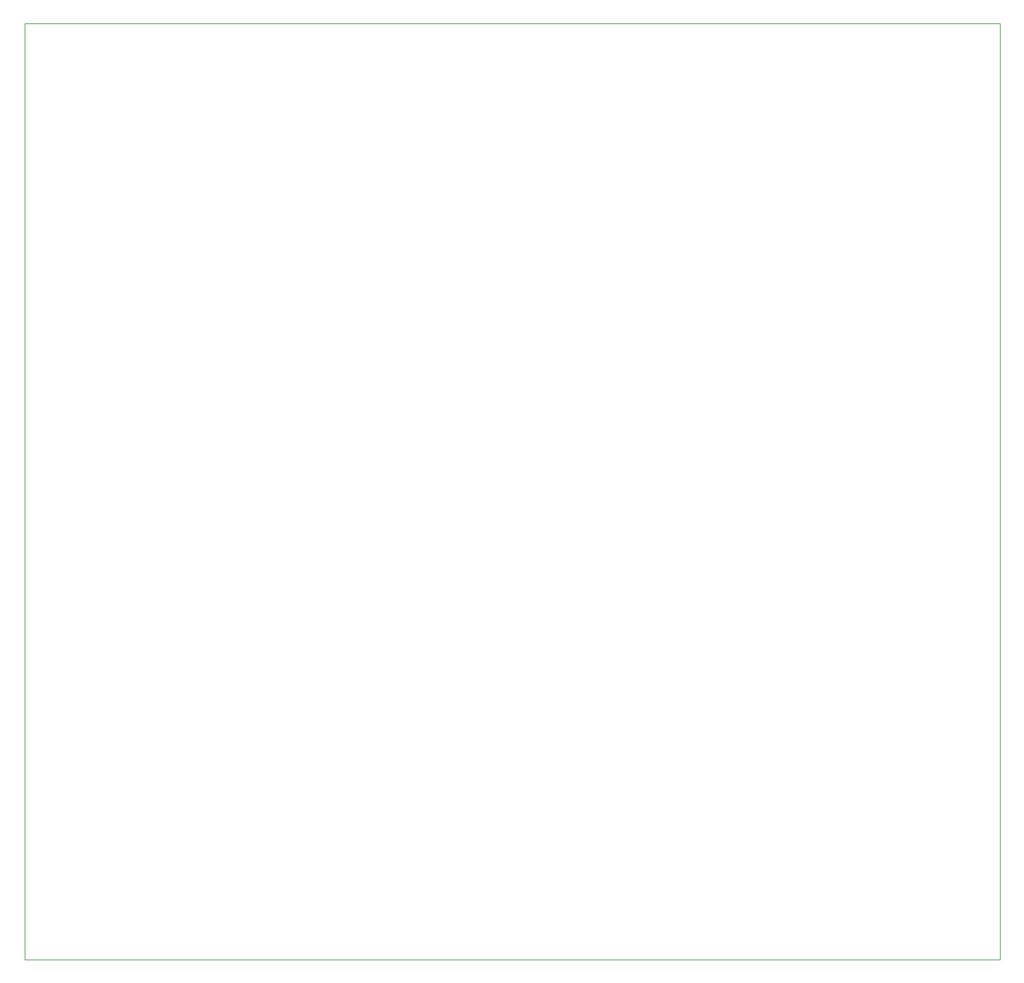
<source format=gbr>
%TF.GenerationSoftware,KiCad,Pcbnew,5.1.9-73d0e3b20d~88~ubuntu20.04.1*%
%TF.CreationDate,2021-02-07T22:21:29+01:00*%
%TF.ProjectId,simple-output,73696d70-6c65-42d6-9f75-747075742e6b,rev?*%
%TF.SameCoordinates,Original*%
%TF.FileFunction,Profile,NP*%
%FSLAX46Y46*%
G04 Gerber Fmt 4.6, Leading zero omitted, Abs format (unit mm)*
G04 Created by KiCad (PCBNEW 5.1.9-73d0e3b20d~88~ubuntu20.04.1) date 2021-02-07 22:21:29*
%MOMM*%
%LPD*%
G01*
G04 APERTURE LIST*
%TA.AperFunction,Profile*%
%ADD10C,0.050000*%
%TD*%
G04 APERTURE END LIST*
D10*
X45720000Y-199390000D02*
X45720000Y-77470000D01*
X172720000Y-199390000D02*
X45720000Y-199390000D01*
X172720000Y-77470000D02*
X172720000Y-199390000D01*
X45720000Y-77470000D02*
X172720000Y-77470000D01*
M02*

</source>
